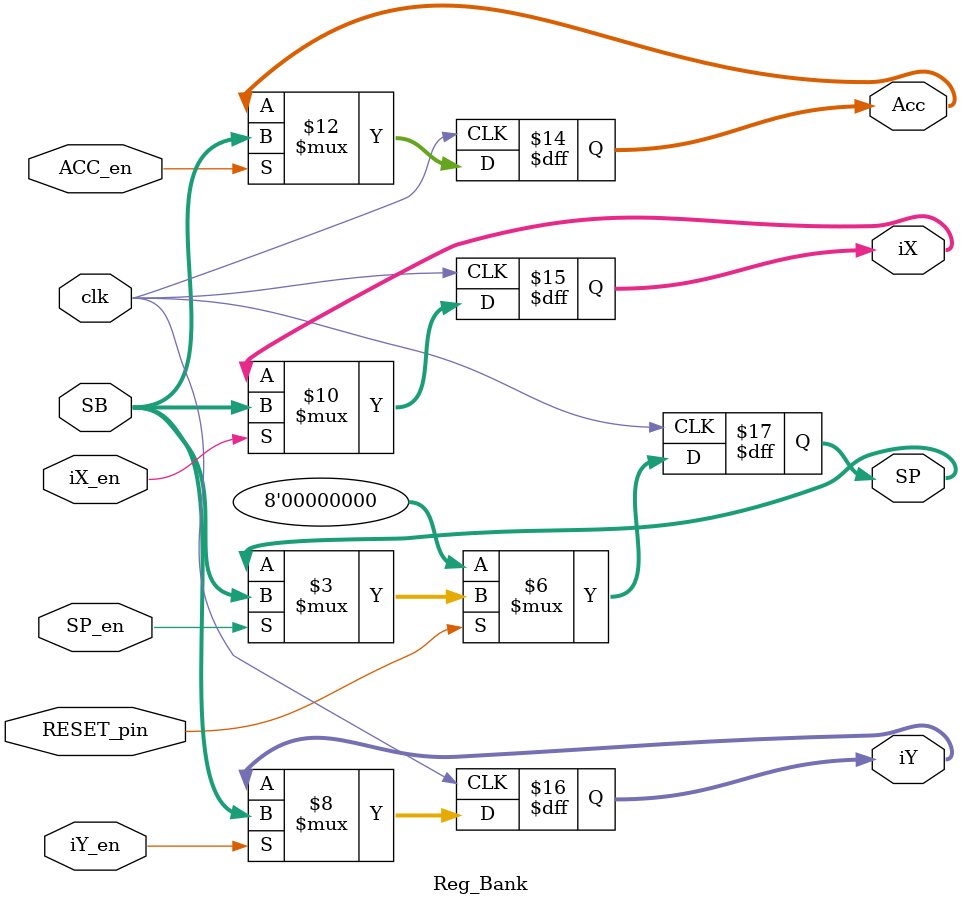
<source format=v>
module Reg_Bank (
	input clk,
	input RESET_pin,
	input [7:0] SB,

	input ACC_en,
	input iX_en,
	input iY_en,
	input SP_en,

	output reg [7:0] Acc,
	output reg [7:0] iX,
	output reg [7:0] iY,
	output reg [7:0] SP
	);


always @ (posedge clk) begin
	if(~RESET_pin) SP <= 8'h00;
	else if(SP_en) SP <= SB;

	if(ACC_en) Acc <= SB;
	if(iX_en)  iX  <= SB;
	if(iY_en)  iY  <= SB;
end

endmodule // Reg_Bank

</source>
